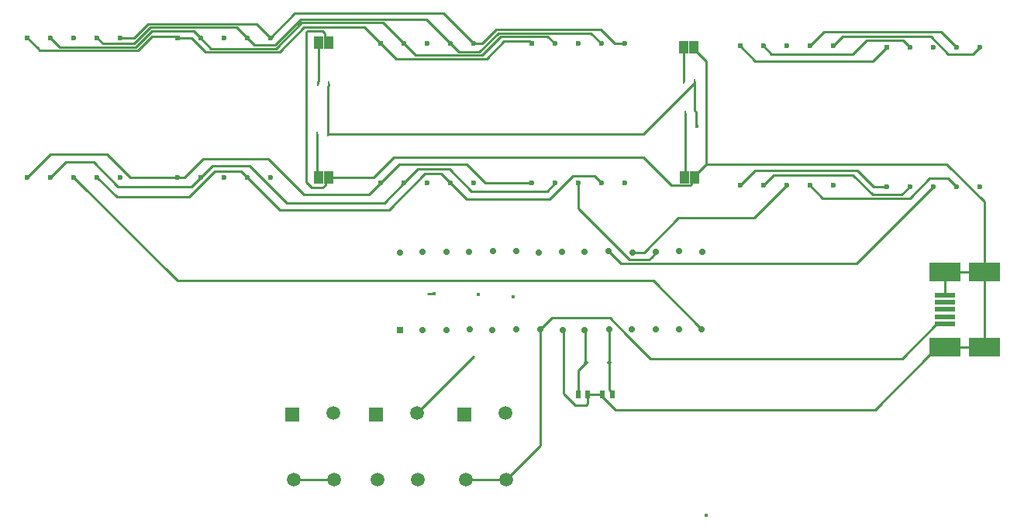
<source format=gtl>
G04*
G04 #@! TF.GenerationSoftware,Altium Limited,Altium Designer,21.0.9 (235)*
G04*
G04 Layer_Physical_Order=1*
G04 Layer_Color=255*
%FSLAX25Y25*%
%MOIN*%
G70*
G04*
G04 #@! TF.SameCoordinates,50ADF09E-C92B-48F0-A8A5-EF6B86B84264*
G04*
G04*
G04 #@! TF.FilePolarity,Positive*
G04*
G01*
G75*
%ADD12C,0.01000*%
%ADD16R,0.08858X0.01968*%
%ADD17R,0.13780X0.08071*%
%ADD18R,0.01024X0.02362*%
%ADD19R,0.03937X0.05315*%
%ADD20R,0.01968X0.03543*%
%ADD34C,0.05898*%
%ADD35R,0.05898X0.05898*%
%ADD36C,0.02362*%
%ADD37R,0.02362X0.02362*%
%ADD38C,0.02756*%
%ADD39R,0.02756X0.02756*%
%ADD40C,0.01968*%
%ADD41C,0.01575*%
D12*
X329000Y284000D02*
X343500Y298500D01*
X311500Y284000D02*
X329000D01*
X255000D02*
X255500Y284500D01*
X237500Y284000D02*
X255000D01*
X343500Y298500D02*
Y348500D01*
X380795Y346205D02*
X391000Y336000D01*
X499284D01*
X380795Y346205D02*
Y346205D01*
X373500Y353500D02*
X380795Y346205D01*
X348500Y353500D02*
X373500D01*
X499284Y336000D02*
X514126Y350842D01*
X517571D01*
X343500Y348500D02*
X348500Y353500D01*
X376079Y314000D02*
X487500D01*
X514035Y337465D02*
X517571Y341000D01*
X510964Y337465D02*
X514035D01*
X487500Y314000D02*
X510964Y337465D01*
X370366Y319713D02*
Y320500D01*
Y319713D02*
X376079Y314000D01*
X518311Y419689D02*
X534500Y403500D01*
X415000Y419689D02*
X518311D01*
X534500Y373284D02*
Y403500D01*
X519000Y413500D02*
X522500Y410000D01*
X511000Y413500D02*
X519000D01*
X502500Y405000D02*
X511000Y413500D01*
X465000Y405000D02*
X502500D01*
X459500Y410500D02*
X465000Y405000D01*
X486500Y406500D02*
X499000D01*
X502500Y410000D01*
X478000Y415000D02*
X486500Y406500D01*
X439500Y410500D02*
X444000Y415000D01*
X478000D01*
X487000Y410000D02*
X492500D01*
X480000Y417000D02*
X487000Y410000D01*
X436000Y417000D02*
X480000D01*
X429500Y410500D02*
X436000Y417000D01*
X410059Y442767D02*
X410645Y442181D01*
X410713D02*
X410724Y442169D01*
X410059Y442767D02*
Y454626D01*
X410645Y442181D02*
X410713D01*
X410724Y436431D02*
Y442169D01*
X252224Y432500D02*
X387933D01*
X410047Y454614D02*
X410047D01*
X387933Y432500D02*
X410047Y454614D01*
X410059Y454626D02*
Y455295D01*
X410047Y454614D02*
X410059Y454626D01*
X252236Y432512D02*
Y433498D01*
X252420Y433681D02*
Y453170D01*
X252547Y453298D02*
Y454284D01*
X252236Y433498D02*
X252420Y433681D01*
X252224Y432500D02*
X252236Y432512D01*
X252420Y453170D02*
X252547Y453298D01*
Y454284D02*
X252559Y454295D01*
X353500Y321000D02*
X358500Y316000D01*
X353500Y321000D02*
Y348244D01*
X353343Y348402D02*
X353500Y348244D01*
X358500Y316000D02*
X363414D01*
X364000Y316586D01*
Y320500D01*
X392284Y369500D02*
X413087Y348697D01*
X391651Y379739D02*
X393402Y381489D01*
X391651Y379737D02*
Y379739D01*
X382000Y378500D02*
X390414D01*
X393402Y381489D02*
Y381965D01*
X390414Y378500D02*
X391651Y379737D01*
X360000Y400500D02*
X382000Y378500D01*
X360000Y400500D02*
Y411500D01*
X435500Y396500D02*
X449500Y410500D01*
X403000Y396500D02*
X435500D01*
X388169Y381669D02*
X403000Y396500D01*
X479500Y377000D02*
X512500Y410000D01*
X378287Y377000D02*
X479500D01*
X372929Y382358D02*
X378287Y377000D01*
X383165Y381669D02*
X388169D01*
X410000Y414689D02*
X415000Y419689D01*
Y463976D01*
X410000Y414000D02*
Y414689D01*
X409665Y469311D02*
X415000Y463976D01*
X409665Y469311D02*
Y470000D01*
X410724Y436431D02*
X410931Y436224D01*
Y436069D02*
Y436224D01*
X473500Y474500D02*
X511500D01*
X469500Y470500D02*
X473500Y474500D01*
X484039Y473039D02*
X499500D01*
X478000Y467000D02*
X484039Y473039D01*
X499500D02*
X502539Y470000D01*
X511500Y474500D02*
X519000Y467000D01*
X529500D01*
X532500Y470000D01*
X516000Y476500D02*
X522500Y470000D01*
X465500Y476500D02*
X516000D01*
X459500Y470500D02*
X465500Y476500D01*
X436000Y464000D02*
X486500D01*
X429500Y470500D02*
X436000Y464000D01*
X486500D02*
X492500Y470000D01*
X443000Y467000D02*
X478000D01*
X439539Y470461D02*
X443000Y467000D01*
X439539Y470461D02*
Y470500D01*
X405669Y414000D02*
X406000Y414331D01*
Y441500D01*
X400051Y410449D02*
X408008D01*
X408532Y410972D02*
Y412532D01*
X408008Y410449D02*
X408532Y410972D01*
X405335Y455295D02*
Y470000D01*
X364000Y320500D02*
X370366D01*
X359866Y330854D02*
X363276Y334264D01*
X359866Y320500D02*
Y330854D01*
X373217Y322571D02*
X374500Y321287D01*
Y320500D02*
Y321287D01*
X373217Y322571D02*
Y334362D01*
X363090Y334449D02*
Y348083D01*
X362772Y348402D02*
X363090Y348083D01*
Y334449D02*
X363276Y334264D01*
X373270Y334415D02*
Y348545D01*
X373323Y348598D01*
X373217Y334362D02*
X373270Y334415D01*
X285000Y411500D02*
X291000Y417500D01*
X276500Y403000D02*
X285000Y411500D01*
X290500Y312500D02*
X315000Y337000D01*
X128287Y468713D02*
X170713D01*
X123000Y474000D02*
X127500Y469500D01*
X170713Y468713D02*
X176500Y474500D01*
X187000D01*
X127500Y469500D02*
X128287Y468713D01*
X127500Y469500D02*
X127500D01*
X187000Y474500D02*
X187500Y474000D01*
X163000D02*
X168934D01*
X169635Y470106D02*
X176529Y477000D01*
X194539D01*
X153000Y474000D02*
X155500Y471500D01*
X168934Y474000D02*
X174934Y480000D01*
X169058Y471500D02*
X176058Y478500D01*
X213000D01*
X136933Y470106D02*
X169635D01*
X155500Y471500D02*
X169058D01*
X133039Y474000D02*
X136933Y470106D01*
X295329Y364000D02*
X298000D01*
X187500Y369500D02*
X392284D01*
X143000Y414000D02*
X187500Y369500D01*
X519000Y341000D02*
X534500D01*
X408532Y412532D02*
X410000Y414000D01*
X388000Y422500D02*
X400051Y410449D01*
X280500Y422500D02*
X388000D01*
X234500Y403000D02*
X276500D01*
X272000Y414000D02*
X280500Y422500D01*
X534500Y341000D02*
Y373284D01*
X534500Y341000D02*
X534500Y341000D01*
X517571Y373284D02*
X534500D01*
X517571Y363441D02*
Y373284D01*
X374500Y320500D02*
X374608Y320608D01*
X133000Y424000D02*
X157316D01*
X167316Y414000D01*
X151500Y420500D02*
X162000Y410000D01*
X193500D02*
X197500Y414000D01*
X162000Y410000D02*
X193500D01*
X128880Y419880D02*
X133000Y424000D01*
X128880Y419880D02*
Y419880D01*
X192500Y405500D02*
X203500Y416500D01*
X161500Y405500D02*
X192500D01*
X153000Y414000D02*
X161500Y405500D01*
X203500Y416500D02*
X215000D01*
X231500Y400000D02*
X278500D01*
X217500Y414000D02*
X231500Y400000D01*
X278500D02*
X294106Y415606D01*
X218500Y419000D02*
X234500Y403000D01*
X226500Y422000D02*
X242000Y406500D01*
X270000D02*
X275000Y411500D01*
X242000Y406500D02*
X270000D01*
X312000Y404500D02*
X347586D01*
X357586Y414500D01*
X305000Y411500D02*
X312000Y404500D01*
X294106Y415606D02*
X300894D01*
X133000Y414000D02*
X139500Y420500D01*
X190500Y414000D02*
X198500Y422000D01*
X187500Y414000D02*
X190500D01*
X198500Y422000D02*
X226500D01*
X167316Y414000D02*
X187500D01*
X139500Y420500D02*
X151500D01*
X123000Y414000D02*
X128880Y419880D01*
X197500Y414000D02*
X202500Y419000D01*
X218500D01*
X304500Y417500D02*
X314000Y408000D01*
X291000Y417500D02*
X304500D01*
X346500Y408000D02*
X350000Y411500D01*
X314000Y408000D02*
X346500D01*
X300894Y415606D02*
X305000Y411500D01*
X275000D02*
X283000Y419500D01*
X312000D01*
X320000Y411500D01*
X340000D01*
X367000Y414500D02*
X370000Y411500D01*
X357586Y414500D02*
X367000D01*
X215000Y416500D02*
X217500Y414000D01*
X245471Y409500D02*
X250000D01*
X243000Y411971D02*
X245471Y409500D01*
X243000Y411971D02*
Y476520D01*
X250000Y409500D02*
X251197Y410697D01*
Y412532D01*
X365394Y476106D02*
X370000Y471500D01*
X252665Y414000D02*
X272000D01*
X243586Y477106D02*
X250000D01*
X243000Y476520D02*
X243586Y477106D01*
X231508Y468000D02*
X242008Y478500D01*
X199500Y468000D02*
X231508D01*
X242008Y478500D02*
X268000D01*
X275000Y471500D01*
X251197Y412532D02*
X252665Y414000D01*
X251031Y473468D02*
X252500Y472000D01*
X251031Y473468D02*
Y476075D01*
X250000Y477106D02*
X251031Y476075D01*
X375816Y471500D02*
X380000D01*
X346827Y474713D02*
X350039Y471500D01*
X339000Y472500D02*
X340000Y471500D01*
X369816Y477500D02*
X375816Y471500D01*
X324500Y477500D02*
X369816D01*
X318500Y471500D02*
X324500Y477500D01*
X315000Y471500D02*
X318500D01*
X328000Y472500D02*
X339000D01*
X320500Y465000D02*
X328000Y472500D01*
X318500Y466500D02*
X326713Y474713D01*
X325606Y476106D02*
X365394D01*
X317394Y467894D02*
X325606Y476106D01*
X281500Y465000D02*
X320500D01*
X326713Y474713D02*
X346827D01*
X290039Y466500D02*
X318500D01*
X308606Y467894D02*
X317394D01*
X276039Y480500D02*
X285039Y471500D01*
X305000D02*
X308606Y467894D01*
X285039Y471500D02*
X290039Y466500D01*
X187500Y474000D02*
X193500D01*
X221500Y480000D02*
X227500Y474000D01*
X174934Y480000D02*
X221500D01*
X217500Y474000D02*
X220500Y471000D01*
X213000Y478500D02*
X217500Y474000D01*
X194539Y477000D02*
X197539Y474000D01*
X202146Y469394D01*
X193500Y474000D02*
X199500Y468000D01*
X202146Y469394D02*
X229894D01*
X241000Y480500D01*
X220500Y471000D02*
X229500D01*
X240500Y482000D01*
X241000Y480500D02*
X276039D01*
X240500Y482000D02*
X294500D01*
X227500Y474000D02*
X238000Y484500D01*
X302000D02*
X315000Y471500D01*
X238000Y484500D02*
X302000D01*
X315000Y471500D02*
Y471500D01*
X294500Y482000D02*
X305000Y471500D01*
Y471500D02*
Y471500D01*
X275000Y471500D02*
X281500Y465000D01*
X247500Y414835D02*
X248335Y414000D01*
X247500Y414835D02*
Y432500D01*
X248169Y455299D02*
Y472000D01*
X247835Y454965D02*
X248169Y455299D01*
X247835Y454295D02*
Y454965D01*
D16*
X517571Y363441D02*
D03*
Y360291D02*
D03*
Y357142D02*
D03*
Y353992D02*
D03*
Y350842D02*
D03*
D17*
X534500Y341000D02*
D03*
X517571Y341000D02*
D03*
X534500Y373284D02*
D03*
X517571D02*
D03*
D18*
X406000Y441500D02*
D03*
X410724D02*
D03*
X410059Y455295D02*
D03*
X405335D02*
D03*
X252559Y454295D02*
D03*
X247835D02*
D03*
X252224Y432500D02*
D03*
X247500D02*
D03*
D19*
X405669Y414000D02*
D03*
X410000D02*
D03*
X405335Y470000D02*
D03*
X409665D02*
D03*
X252500Y472000D02*
D03*
X248169D02*
D03*
X252665Y414000D02*
D03*
X248335D02*
D03*
D20*
X364000Y320500D02*
D03*
X359866D02*
D03*
X370366D02*
D03*
X374500D02*
D03*
D34*
X291000Y284000D02*
D03*
X290500Y312500D02*
D03*
X273500Y284000D02*
D03*
X329000D02*
D03*
X328500Y312500D02*
D03*
X311500Y284000D02*
D03*
X237500D02*
D03*
X254500Y312500D02*
D03*
X255000Y284000D02*
D03*
D35*
X273000Y312000D02*
D03*
X311000D02*
D03*
X237000D02*
D03*
D36*
X522500Y410000D02*
D03*
X512500D02*
D03*
X502500D02*
D03*
X492500D02*
D03*
X532500Y470000D02*
D03*
X522500D02*
D03*
X512500D02*
D03*
X532500Y410000D02*
D03*
X502539Y470000D02*
D03*
X439539Y470500D02*
D03*
X469500Y410500D02*
D03*
X449500Y470500D02*
D03*
X459500D02*
D03*
X469500D02*
D03*
X429500Y410500D02*
D03*
X439500D02*
D03*
X449500D02*
D03*
X459500D02*
D03*
X350039Y471500D02*
D03*
X380000Y411500D02*
D03*
X360000Y471500D02*
D03*
X370000D02*
D03*
X380000D02*
D03*
X340000Y411500D02*
D03*
X350000D02*
D03*
X360000D02*
D03*
X370000D02*
D03*
X217500Y414000D02*
D03*
X207500D02*
D03*
X197500D02*
D03*
X187500D02*
D03*
X227500Y474000D02*
D03*
X217500D02*
D03*
X207500D02*
D03*
X227500Y414000D02*
D03*
X197539Y474000D02*
D03*
X153000Y414000D02*
D03*
X143000D02*
D03*
X133000D02*
D03*
X123000D02*
D03*
X163000Y474000D02*
D03*
X153000D02*
D03*
X143000D02*
D03*
X163000Y414000D02*
D03*
X133039Y474000D02*
D03*
X305000Y411500D02*
D03*
X295000D02*
D03*
X285000D02*
D03*
X275000D02*
D03*
X315000Y471500D02*
D03*
X305000D02*
D03*
X295000D02*
D03*
X315000Y411500D02*
D03*
X285039Y471500D02*
D03*
D37*
X492500Y470000D02*
D03*
X429500Y470500D02*
D03*
X340000Y471500D02*
D03*
X187500Y474000D02*
D03*
X123000D02*
D03*
X275000Y471500D02*
D03*
D38*
X293008Y381965D02*
D03*
X283165Y381748D02*
D03*
X413087Y348697D02*
D03*
X403342Y348500D02*
D03*
X393402Y348598D02*
D03*
X383067Y348500D02*
D03*
X373323Y348598D02*
D03*
X362772Y348402D02*
D03*
X353343D02*
D03*
X343500Y348500D02*
D03*
X322929Y348303D02*
D03*
X313480Y348500D02*
D03*
X303244Y348402D02*
D03*
X293106Y348303D02*
D03*
X333165Y348598D02*
D03*
X413185Y381866D02*
D03*
X403441Y382161D02*
D03*
X393402Y381965D02*
D03*
X383165Y381669D02*
D03*
X372929Y382358D02*
D03*
X362693Y381965D02*
D03*
X352850Y381866D02*
D03*
X343106Y381669D02*
D03*
X333461Y382260D02*
D03*
X323323D02*
D03*
X312890Y382063D02*
D03*
X303343Y381866D02*
D03*
D39*
X283264Y348205D02*
D03*
D40*
X373217Y334362D02*
D03*
X363276Y334264D02*
D03*
D41*
X410931Y436069D02*
D03*
X317000Y363500D02*
D03*
X298000Y364000D02*
D03*
X332000Y362500D02*
D03*
X415000Y268500D02*
D03*
M02*

</source>
